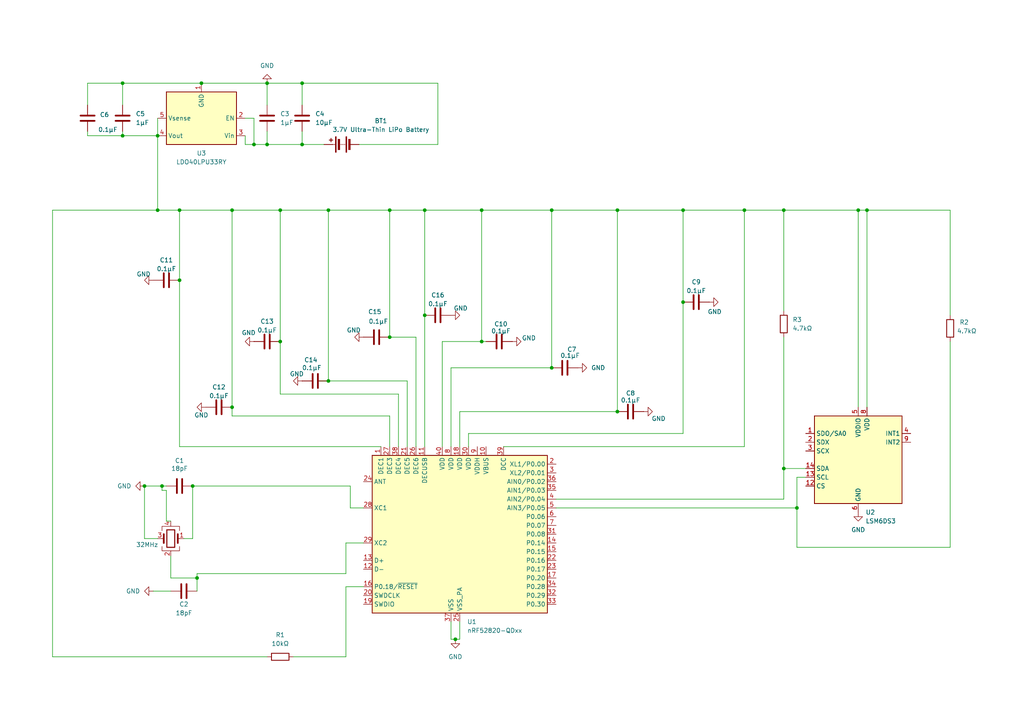
<source format=kicad_sch>
(kicad_sch (version 20250114) (generator "eeschema") (generator_version "9.0")
  (paper "A4")
  (title_block (title "IMU putting analysis") (date "8/28") (rev "2") (company "UW Golf Engineering"))
  (lib_symbols
    (symbol "Device:Battery" (pin_numbers (hide yes)) (pin_names (offset 0) (hide yes))
      (property "Reference" "BT" (at 2.54 2.54 0))
      (property "Value" "Battery" (at 2.54 0 0))
      (symbol "Battery_0_1"
        (rectangle (start -2.286 1.778) (end 2.286 1.524) (fill (type outline)))
        (rectangle (start -2.286 -1.27) (end 2.286 -1.524) (fill (type outline)))
        (rectangle (start -1.524 1.016) (end 1.524 0.508) (fill (type outline)))
        (rectangle (start -1.524 -2.032) (end 1.524 -2.54) (fill (type outline)))
        (polyline (pts (xy 0 1.778) (xy 0 2.54)))
        (polyline (pts (xy 0 0) (xy 0 0.254)))
        (polyline (pts (xy 0 -0.508) (xy 0 -0.254)))
        (polyline (pts (xy 0 -1.016) (xy 0 -0.762)))
        (polyline (pts (xy 0.762 3.048) (xy 1.778 3.048)) (stroke (width 0.254)))
        (polyline (pts (xy 1.27 3.556) (xy 1.27 2.54)) (stroke (width 0.254)))
      )
      (symbol "Battery_1_1"
        (pin passive line (at 0 5.08 270) (length 2.54) (name "+") (number "1"))
        (pin passive line (at 0 -5.08 90) (length 2.54) (name "-") (number "2"))
      )
    )
    (symbol "Device:C" (pin_numbers (hide yes)) (pin_names (offset 0.254))
      (property "Reference" "C" (at 0.635 2.54 0))
      (property "Value" "C" (at 0.635 -2.54 0))
      (symbol "C_0_1"
        (polyline (pts (xy -2.032 0.762) (xy 2.032 0.762)) (stroke (width 0.508)))
        (polyline (pts (xy -2.032 -0.762) (xy 2.032 -0.762)) (stroke (width 0.508)))
      )
      (symbol "C_1_1"
        (pin passive line (at 0 3.81 270) (length 2.794) (name "~") (number "1"))
        (pin passive line (at 0 -3.81 90) (length 2.794) (name "~") (number "2"))
      )
    )
    (symbol "Device:Crystal_GND24" (pin_names (offset 1.016) (hide yes))
      (property "Reference" "Y" (at 3.175 5.08 0))
      (property "Value" "Crystal_GND24" (at 3.175 3.175 0))
      (symbol "Crystal_GND24_0_1"
        (polyline (pts (xy -2.54 2.286) (xy -2.54 3.556) (xy 2.54 3.556) (xy 2.54 2.286)))
        (polyline (pts (xy -2.54 0) (xy -2.032 0)))
        (polyline (pts (xy -2.54 -2.286) (xy -2.54 -3.556) (xy 2.54 -3.556) (xy 2.54 -2.286)))
        (polyline (pts (xy -2.032 -1.27) (xy -2.032 1.27)) (stroke (width 0.508)))
        (rectangle (start -1.143 2.54) (end 1.143 -2.54) (stroke (width 0.3048)))
        (polyline (pts (xy 0 3.556) (xy 0 3.81)))
        (polyline (pts (xy 0 -3.81) (xy 0 -3.556)))
        (polyline (pts (xy 2.032 0) (xy 2.54 0)))
        (polyline (pts (xy 2.032 -1.27) (xy 2.032 1.27)) (stroke (width 0.508)))
      )
      (symbol "Crystal_GND24_1_1"
        (pin passive line (at -3.81 0 0) (length 1.27) (name "1") (number "1"))
        (pin passive line (at 0 5.08 270) (length 1.27) (name "2") (number "2"))
        (pin passive line (at 0 -5.08 90) (length 1.27) (name "4") (number "4"))
        (pin passive line (at 3.81 0 180) (length 1.27) (name "3") (number "3"))
      )
    )
    (symbol "Device:R" (pin_numbers (hide yes)) (pin_names (offset 0))
      (property "Reference" "R" (at 2.032 0 90))
      (property "Value" "R" (at 0 0 90))
      (symbol "R_0_1"
        (rectangle (start -1.016 -2.54) (end 1.016 2.54) (stroke (width 0.254)))
      )
      (symbol "R_1_1"
        (pin passive line (at 0 3.81 270) (length 1.27) (name "~") (number "1"))
        (pin passive line (at 0 -3.81 90) (length 1.27) (name "~") (number "2"))
      )
    )
    (symbol "MCU_Nordic:nRF52820-QDxx"
      (property "Reference" "U" (at -2.54 0 0))
      (property "Value" "nRF52820-QDxx" (at -2.54 -2.54 0))
      (symbol "nRF52820-QDxx_0_1"
        (rectangle (start -25.4 22.86) (end 25.4 -22.86) (stroke (width 0.254)) (fill (type background)))
      )
      (symbol "nRF52820-QDxx_1_1"
        (pin passive line (at -27.94 15.24 0) (length 2.54) (name "ANT") (number "24"))
        (pin input line (at -27.94 7.62 0) (length 2.54) (name "XC1") (number "28"))
        (pin input line (at -27.94 -2.54 0) (length 2.54) (name "XC2") (number "29"))
        (pin bidirectional line (at -27.94 -7.62 0) (length 2.54) (name "D+") (number "13"))
        (pin bidirectional line (at -27.94 -10.16 0) (length 2.54) (name "D-") (number "12"))
        (pin bidirectional line (at -27.94 -15.24 0) (length 2.54) (name "P0.18/~{RESET}") (number "16"))
        (pin input line (at -27.94 -17.78 0) (length 2.54) (name "SWDCLK") (number "20"))
        (pin bidirectional line (at -27.94 -20.32 0) (length 2.54) (name "SWDIO") (number "19"))
        (pin passive line (at -22.86 25.4 270) (length 2.54) (name "DEC1") (number "1"))
        (pin passive line (at -20.32 25.4 270) (length 2.54) (name "DEC3") (number "27"))
        (pin passive line (at -17.78 25.4 270) (length 2.54) (name "DEC4") (number "38"))
        (pin passive line (at -15.24 25.4 270) (length 2.54) (name "DEC5") (number "21"))
        (pin passive line (at -12.7 25.4 270) (length 2.54) (name "DEC6") (number "26"))
        (pin passive line (at -10.16 25.4 270) (length 2.54) (name "DECUSB") (number "11"))
        (pin power_in line (at -5.08 25.4 270) (length 2.54) (name "VDD") (number "40"))
        (pin power_in line (at -2.54 25.4 270) (length 2.54) (name "VDD") (number "8"))
        (pin power_in line (at -2.54 -25.4 90) (length 2.54) (name "VSS") (number "37"))
        (pin passive line (at -2.54 -25.4 90) (length 2.54) (hide yes) (name "VSS") (number "41"))
        (pin power_in line (at 0 25.4 270) (length 2.54) (name "VDD") (number "18"))
        (pin power_in line (at 0 -25.4 90) (length 2.54) (name "VSS_PA") (number "25"))
        (pin power_in line (at 2.54 25.4 270) (length 2.54) (name "VDD") (number "30"))
        (pin power_in line (at 5.08 25.4 270) (length 2.54) (name "VDDH") (number "9"))
        (pin power_in line (at 7.62 25.4 270) (length 2.54) (name "VBUS") (number "10"))
        (pin power_out line (at 12.7 25.4 270) (length 2.54) (name "DCC") (number "39"))
        (pin bidirectional line (at 27.94 20.32 180) (length 2.54) (name "XL1/P0.00") (number "2"))
        (pin bidirectional line (at 27.94 17.78 180) (length 2.54) (name "XL2/P0.01") (number "3"))
        (pin bidirectional line (at 27.94 15.24 180) (length 2.54) (name "AIN0/P0.02") (number "36"))
        (pin bidirectional line (at 27.94 12.7 180) (length 2.54) (name "AIN1/P0.03") (number "35"))
        (pin bidirectional line (at 27.94 10.16 180) (length 2.54) (name "AIN2/P0.04") (number "4"))
        (pin bidirectional line (at 27.94 7.62 180) (length 2.54) (name "AIN3/P0.05") (number "5"))
        (pin bidirectional line (at 27.94 5.08 180) (length 2.54) (name "P0.06") (number "6"))
        (pin bidirectional line (at 27.94 2.54 180) (length 2.54) (name "P0.07") (number "7"))
        (pin bidirectional line (at 27.94 0 180) (length 2.54) (name "P0.08") (number "31"))
        (pin bidirectional line (at 27.94 -2.54 180) (length 2.54) (name "P0.14") (number "14"))
        (pin bidirectional line (at 27.94 -5.08 180) (length 2.54) (name "P0.15") (number "15"))
        (pin bidirectional line (at 27.94 -7.62 180) (length 2.54) (name "P0.16") (number "22"))
        (pin bidirectional line (at 27.94 -10.16 180) (length 2.54) (name "P0.17") (number "23"))
        (pin bidirectional line (at 27.94 -12.7 180) (length 2.54) (name "P0.20") (number "17"))
        (pin bidirectional line (at 27.94 -15.24 180) (length 2.54) (name "P0.28") (number "34"))
        (pin bidirectional line (at 27.94 -17.78 180) (length 2.54) (name "P0.29") (number "32"))
        (pin bidirectional line (at 27.94 -20.32 180) (length 2.54) (name "P0.30") (number "33"))
      )
    )
    (symbol "Regulator_Linear:LDO40LPU33RY"
      (property "Reference" "U" (at 0 0 0))
      (property "Value" "LDO40LPU33RY" (at 0 0 0))
      (symbol "LDO40LPU33RY_1_1"
        (rectangle (start -10.16 7.62) (end 10.16 -7.62) (stroke (width 0.254)) (fill (type background)))
        (pin power_in line (at -12.7 5.08 0) (length 2.54) (name "Vin") (number "3"))
        (pin input line (at -12.7 0 0) (length 2.54) (name "EN") (number "2"))
        (pin no_connect line (at -2.54 -10.16 90) (length 2.54) (hide yes) (name "NC") (number "6"))
        (pin power_in line (at 0 -10.16 90) (length 2.54) (name "GND") (number "1"))
        (pin passive line (at 0 -10.16 90) (length 2.54) (hide yes) (name "GND") (number "7"))
        (pin power_out line (at 12.7 5.08 180) (length 2.54) (name "Vout") (number "4"))
        (pin input line (at 12.7 0 180) (length 2.54) (name "Vsense") (number "5"))
      )
    )
    (symbol "Sensor_Motion:LSM6DS3"
      (property "Reference" "U" (at -11.43 15.24 0))
      (property "Value" "LSM6DS3" (at -11.43 12.7 0))
      (symbol "LSM6DS3_0_1"
        (rectangle (start -12.7 12.7) (end 12.7 -12.7) (stroke (width 0.254)) (fill (type background)))
      )
      (symbol "LSM6DS3_1_1"
        (pin bidirectional line (at -15.24 7.62 0) (length 2.54) (name "SDO/SA0") (number "1"))
        (pin bidirectional line (at -15.24 5.08 0) (length 2.54) (name "SDX") (number "2"))
        (pin input line (at -15.24 2.54 0) (length 2.54) (name "SCX") (number "3"))
        (pin bidirectional line (at -15.24 -2.54 0) (length 2.54) (name "SDA") (number "14"))
        (pin input line (at -15.24 -5.08 0) (length 2.54) (name "SCL") (number "13"))
        (pin input line (at -15.24 -7.62 0) (length 2.54) (name "CS") (number "12"))
        (pin power_in line (at 0 15.24 270) (length 2.54) (name "VDDIO") (number "5"))
        (pin power_in line (at 0 -15.24 90) (length 2.54) (name "GND") (number "6"))
        (pin passive line (at 0 -15.24 90) (length 2.54) (hide yes) (name "GND") (number "7"))
        (pin power_in line (at 2.54 15.24 270) (length 2.54) (name "VDD") (number "8"))
        (pin no_connect line (at 12.7 -2.54 180) (length 3.81) (hide yes) (name "NC") (number "11"))
        (pin no_connect line (at 12.7 -5.08 180) (length 3.81) (hide yes) (name "NC") (number "10"))
        (pin output line (at 15.24 7.62 180) (length 2.54) (name "INT1") (number "4"))
        (pin output line (at 15.24 5.08 180) (length 2.54) (name "INT2") (number "9"))
      )
    )
    (symbol "power:GND" (power) (pin_numbers (hide yes)) (pin_names (offset 0) (hide yes))
      (property "Value" "GND" (at 0 -3.81 0))
      (symbol "GND_0_1"
        (polyline (pts (xy 0 0) (xy 0 -1.27) (xy 1.27 -1.27) (xy 0 -2.54) (xy -1.27 -1.27) (xy 0 -1.27)))
      )
      (symbol "GND_1_1"
        (pin power_in line (at 0 0 270) (length 0) (name "~") (number "1"))
      )
    )
  )
  (junction (at 58.42 24.13))
  (junction (at 95.25 60.96))
  (junction (at 160.02 60.96))
  (junction (at 81.28 60.96))
  (junction (at 67.31 118.11))
  (junction (at 215.9 60.96))
  (junction (at 77.47 41.91))
  (junction (at 55.88 140.97))
  (junction (at 139.7 99.06))
  (junction (at 227.33 135.89))
  (junction (at 160.02 106.68))
  (junction (at 113.03 97.79))
  (junction (at 41.91 140.97))
  (junction (at 132.08 185.42))
  (junction (at 57.15 167.64))
  (junction (at 46.99 140.97))
  (junction (at 81.28 99.06))
  (junction (at 251.46 60.96))
  (junction (at 248.92 60.96))
  (junction (at 95.25 110.49))
  (junction (at 52.07 60.96))
  (junction (at 35.56 39.37))
  (junction (at 198.12 87.63))
  (junction (at 45.72 39.37))
  (junction (at 35.56 24.13))
  (junction (at 45.72 60.96))
  (junction (at 113.03 60.96))
  (junction (at 77.47 24.13))
  (junction (at 123.19 60.96))
  (junction (at 231.14 147.32))
  (junction (at 52.07 81.28))
  (junction (at 198.12 60.96))
  (junction (at 87.63 41.91))
  (junction (at 179.07 119.38))
  (junction (at 227.33 60.96))
  (junction (at 139.7 60.96))
  (junction (at 67.31 60.96))
  (junction (at 123.19 91.44))
  (junction (at 179.07 60.96))
  (junction (at 73.66 41.91))
  (junction (at 87.63 24.13))
  (wire (pts (xy 81.28 114.3) (xy 115.57 114.3)))
  (wire (pts (xy 41.91 140.97) (xy 41.91 156.21)))
  (wire (pts (xy 130.81 185.42) (xy 132.08 185.42)))
  (wire (pts (xy 55.88 140.97) (xy 55.88 156.21)))
  (wire (pts (xy 67.31 60.96) (xy 81.28 60.96)))
  (wire (pts (xy 198.12 87.63) (xy 198.12 60.96)))
  (wire (pts (xy 161.29 147.32) (xy 231.14 147.32)))
  (wire (pts (xy 45.72 156.21) (xy 41.91 156.21)))
  (wire (pts (xy 198.12 87.63) (xy 198.12 125.73)))
  (wire (pts (xy 100.33 190.5) (xy 100.33 170.18)))
  (wire (pts (xy 231.14 158.75) (xy 275.59 158.75)))
  (wire (pts (xy 77.47 24.13) (xy 77.47 30.48)))
  (wire (pts (xy 49.53 167.64) (xy 57.15 167.64)))
  (wire (pts (xy 139.7 60.96) (xy 139.7 99.06)))
  (wire (pts (xy 67.31 120.65) (xy 113.03 120.65)))
  (wire (pts (xy 67.31 118.11) (xy 67.31 60.96)))
  (wire (pts (xy 49.53 167.64) (xy 49.53 161.29)))
  (wire (pts (xy 45.72 34.29) (xy 45.72 39.37)))
  (wire (pts (xy 133.35 119.38) (xy 179.07 119.38)))
  (wire (pts (xy 52.07 81.28) (xy 52.07 129.54)))
  (wire (pts (xy 101.6 140.97) (xy 101.6 147.32)))
  (wire (pts (xy 48.26 142.24) (xy 46.99 142.24)))
  (wire (pts (xy 55.88 140.97) (xy 101.6 140.97)))
  (wire (pts (xy 25.4 24.13) (xy 35.56 24.13)))
  (wire (pts (xy 135.89 125.73) (xy 198.12 125.73)))
  (wire (pts (xy 130.81 106.68) (xy 130.81 129.54)))
  (wire (pts (xy 130.81 180.34) (xy 130.81 185.42)))
  (wire (pts (xy 113.03 60.96) (xy 113.03 97.79)))
  (wire (pts (xy 81.28 60.96) (xy 95.25 60.96)))
  (wire (pts (xy 92.71 110.49) (xy 95.25 110.49)))
  (wire (pts (xy 46.99 142.24) (xy 46.99 140.97)))
  (wire (pts (xy 139.7 60.96) (xy 160.02 60.96)))
  (wire (pts (xy 15.24 190.5) (xy 77.47 190.5)))
  (wire (pts (xy 231.14 138.43) (xy 231.14 147.32)))
  (wire (pts (xy 48.26 142.24) (xy 48.26 151.13)))
  (wire (pts (xy 128.27 99.06) (xy 139.7 99.06)))
  (wire (pts (xy 248.92 118.11) (xy 248.92 60.96)))
  (wire (pts (xy 71.12 39.37) (xy 71.12 41.91)))
  (wire (pts (xy 215.9 60.96) (xy 227.33 60.96)))
  (wire (pts (xy 58.42 24.13) (xy 77.47 24.13)))
  (wire (pts (xy 46.99 140.97) (xy 48.26 140.97)))
  (wire (pts (xy 133.35 129.54) (xy 133.35 119.38)))
  (wire (pts (xy 45.72 39.37) (xy 45.72 60.96)))
  (wire (pts (xy 57.15 166.37) (xy 57.15 167.64)))
  (wire (pts (xy 73.66 41.91) (xy 73.66 34.29)))
  (wire (pts (xy 123.19 60.96) (xy 123.19 91.44)))
  (wire (pts (xy 135.89 125.73) (xy 135.89 129.54)))
  (wire (pts (xy 215.9 129.54) (xy 215.9 60.96)))
  (wire (pts (xy 81.28 60.96) (xy 81.28 99.06)))
  (wire (pts (xy 57.15 167.64) (xy 57.15 171.45)))
  (wire (pts (xy 275.59 158.75) (xy 275.59 99.06)))
  (wire (pts (xy 87.63 41.91) (xy 93.98 41.91)))
  (wire (pts (xy 52.07 60.96) (xy 67.31 60.96)))
  (wire (pts (xy 104.14 41.91) (xy 127 41.91)))
  (wire (pts (xy 25.4 39.37) (xy 25.4 38.1)))
  (wire (pts (xy 275.59 91.44) (xy 275.59 60.96)))
  (wire (pts (xy 44.45 171.45) (xy 49.53 171.45)))
  (wire (pts (xy 100.33 170.18) (xy 105.41 170.18)))
  (wire (pts (xy 113.03 60.96) (xy 123.19 60.96)))
  (wire (pts (xy 113.03 97.79) (xy 120.65 97.79)))
  (wire (pts (xy 231.14 138.43) (xy 233.68 138.43)))
  (wire (pts (xy 227.33 135.89) (xy 233.68 135.89)))
  (wire (pts (xy 67.31 120.65) (xy 67.31 118.11)))
  (wire (pts (xy 120.65 129.54) (xy 120.65 97.79)))
  (wire (pts (xy 160.02 60.96) (xy 160.02 106.68)))
  (wire (pts (xy 133.35 180.34) (xy 133.35 185.42)))
  (wire (pts (xy 198.12 60.96) (xy 215.9 60.96)))
  (wire (pts (xy 77.47 41.91) (xy 87.63 41.91)))
  (wire (pts (xy 35.56 39.37) (xy 35.56 38.1)))
  (wire (pts (xy 118.11 129.54) (xy 118.11 110.49)))
  (wire (pts (xy 55.88 156.21) (xy 53.34 156.21)))
  (wire (pts (xy 127 41.91) (xy 127 24.13)))
  (wire (pts (xy 73.66 41.91) (xy 77.47 41.91)))
  (wire (pts (xy 95.25 60.96) (xy 113.03 60.96)))
  (wire (pts (xy 248.92 60.96) (xy 251.46 60.96)))
  (wire (pts (xy 146.05 129.54) (xy 215.9 129.54)))
  (wire (pts (xy 48.26 151.13) (xy 49.53 151.13)))
  (wire (pts (xy 85.09 190.5) (xy 100.33 190.5)))
  (wire (pts (xy 115.57 114.3) (xy 115.57 129.54)))
  (wire (pts (xy 127 24.13) (xy 87.63 24.13)))
  (wire (pts (xy 227.33 97.79) (xy 227.33 135.89)))
  (wire (pts (xy 95.25 60.96) (xy 95.25 110.49)))
  (wire (pts (xy 123.19 60.96) (xy 139.7 60.96)))
  (wire (pts (xy 227.33 144.78) (xy 227.33 135.89)))
  (wire (pts (xy 110.49 129.54) (xy 52.07 129.54)))
  (wire (pts (xy 73.66 34.29) (xy 71.12 34.29)))
  (wire (pts (xy 87.63 24.13) (xy 87.63 30.48)))
  (wire (pts (xy 15.24 60.96) (xy 15.24 190.5)))
  (wire (pts (xy 35.56 24.13) (xy 58.42 24.13)))
  (wire (pts (xy 227.33 60.96) (xy 248.92 60.96)))
  (wire (pts (xy 251.46 60.96) (xy 275.59 60.96)))
  (wire (pts (xy 52.07 81.28) (xy 52.07 60.96)))
  (wire (pts (xy 100.33 166.37) (xy 100.33 157.48)))
  (wire (pts (xy 227.33 90.17) (xy 227.33 60.96)))
  (wire (pts (xy 179.07 60.96) (xy 198.12 60.96)))
  (wire (pts (xy 25.4 30.48) (xy 25.4 24.13)))
  (wire (pts (xy 113.03 129.54) (xy 113.03 120.65)))
  (wire (pts (xy 100.33 166.37) (xy 57.15 166.37)))
  (wire (pts (xy 160.02 106.68) (xy 130.81 106.68)))
  (wire (pts (xy 101.6 147.32) (xy 105.41 147.32)))
  (wire (pts (xy 45.72 39.37) (xy 35.56 39.37)))
  (wire (pts (xy 161.29 144.78) (xy 227.33 144.78)))
  (wire (pts (xy 95.25 110.49) (xy 118.11 110.49)))
  (wire (pts (xy 87.63 38.1) (xy 87.63 41.91)))
  (wire (pts (xy 41.91 140.97) (xy 46.99 140.97)))
  (wire (pts (xy 123.19 129.54) (xy 123.19 91.44)))
  (wire (pts (xy 35.56 30.48) (xy 35.56 24.13)))
  (wire (pts (xy 71.12 41.91) (xy 73.66 41.91)))
  (wire (pts (xy 81.28 99.06) (xy 81.28 114.3)))
  (wire (pts (xy 179.07 60.96) (xy 179.07 119.38)))
  (wire (pts (xy 139.7 99.06) (xy 140.97 99.06)))
  (wire (pts (xy 77.47 24.13) (xy 87.63 24.13)))
  (wire (pts (xy 100.33 157.48) (xy 105.41 157.48)))
  (wire (pts (xy 35.56 39.37) (xy 25.4 39.37)))
  (wire (pts (xy 45.72 60.96) (xy 52.07 60.96)))
  (wire (pts (xy 15.24 60.96) (xy 45.72 60.96)))
  (wire (pts (xy 160.02 60.96) (xy 179.07 60.96)))
  (wire (pts (xy 77.47 38.1) (xy 77.47 41.91)))
  (wire (pts (xy 133.35 185.42) (xy 132.08 185.42)))
  (wire (pts (xy 251.46 60.96) (xy 251.46 118.11)))
  (wire (pts (xy 128.27 129.54) (xy 128.27 99.06)))
  (wire (pts (xy 231.14 147.32) (xy 231.14 158.75)))
  (symbol (lib_id "Device:C") (at 144.78 99.06 270) (mirror x) (unit 1)
    (property "Reference" "C10" (at 145.288 93.98 90))
    (property "Value" "0.1µF" (at 145.288 96.012 90))
    (property "Footprint" "Capacitor_SMD:C_01005_0402Metric" (effects (hide yes)))
    (property "Description" "Unpolarized capacitor" (effects (hide yes)))
  )
  (symbol (lib_id "Device:Crystal_GND24") (at 49.53 156.21 180) (unit 1)
    (property "Reference" "Y1" (effects (hide yes)))
    (property "Value" "32MHz" (at 42.672 157.988 0))
    (property "Footprint" "Crystal:Crystal_SMD_3225-4Pin_3.2x2.5mm" (effects (hide yes)))
    (property "Description" "Four pin crystal, GND on pins 2 and 4" (effects (hide yes)))
  )
  (symbol (lib_id "power:GND") (at 59.69 118.11 270) (mirror x) (unit 1)
    (property "Reference" "#PWR011" (effects (hide yes)))
    (property "Value" "GND" (at 60.452 120.396 90) (effects (justify right)))
    (property "Description" "Power symbol creates a global label with name \"GND\" , ground" (effects (hide yes)))
  )
  (symbol (lib_id "Device:C") (at 127 91.44 90) (unit 1)
    (property "Reference" "C16" (at 127 85.598 90))
    (property "Value" "0.1µF" (at 127 88.138 90))
    (property "Footprint" "Capacitor_SMD:C_01005_0402Metric" (effects (hide yes)))
    (property "Description" "Unpolarized capacitor" (effects (hide yes)))
  )
  (symbol (lib_id "Device:C") (at 182.88 119.38 270) (unit 1)
    (property "Reference" "C8" (at 182.88 114.046 90))
    (property "Value" "0.1µF" (at 182.88 116.078 90))
    (property "Footprint" "Capacitor_SMD:C_01005_0402Metric" (effects (hide yes)))
    (property "Description" "Unpolarized capacitor" (effects (hide yes)))
  )
  (symbol (lib_id "Sensor_Motion:LSM6DS3") (at 248.92 133.35 0) (unit 1)
    (property "Reference" "U2" (at 251.0633 148.59 0) (effects (justify left)))
    (property "Value" "LSM6DS3" (at 251.0633 151.13 0) (effects (justify left)))
    (property "Footprint" "Package_LGA:LGA-14_3x2.5mm_P0.5mm_LayoutBorder3x4y" (effects (hide yes)))
    (property "Datasheet" "https://www.st.com/resource/en/datasheet/lsm6ds3tr-c.pdf" (effects (hide yes)))
    (property "Description" "I2C/SPI, iNEMO inertial module: always-on 3D accelerometer and 3D gyroscope" (effects (hide yes)))
  )
  (symbol (lib_id "Device:C") (at 52.07 140.97 90) (unit 1)
    (property "Reference" "C1" (at 52.07 133.604 90))
    (property "Value" "18pF" (at 52.07 135.89 90))
    (property "Footprint" "Capacitor_SMD:C_01005_0402Metric" (effects (hide yes)))
    (property "Description" "Unpolarized capacitor" (effects (hide yes)))
  )
  (symbol (lib_id "Device:C") (at 48.26 81.28 270) (mirror x) (unit 1)
    (property "Reference" "C11" (at 48.26 75.438 90))
    (property "Value" "0.1µF" (at 48.26 77.978 90))
    (property "Footprint" "Capacitor_SMD:C_01005_0402Metric" (effects (hide yes)))
    (property "Description" "Unpolarized capacitor" (effects (hide yes)))
  )
  (symbol (lib_id "Device:R") (at 227.33 93.98 0) (unit 1)
    (property "Reference" "R3" (at 229.87 92.7099 0) (effects (justify left)))
    (property "Value" "4.7kΩ" (at 229.87 95.2499 0) (effects (justify left)))
    (property "Footprint" "Resistor_SMD:R_0402_1005Metric" (effects (hide yes)))
    (property "Description" "Resistor" (effects (hide yes)))
  )
  (symbol (lib_id "power:GND") (at 148.59 99.06 90) (mirror x) (unit 1)
    (property "Reference" "#PWR09" (effects (hide yes)))
    (property "Value" "GND" (at 155.448 98.044 90) (effects (justify left)))
    (property "Description" "Power symbol creates a global label with name \"GND\" , ground" (effects (hide yes)))
  )
  (symbol (lib_id "power:GND") (at 132.08 185.42 0) (unit 1)
    (property "Reference" "#PWR04" (effects (hide yes)))
    (property "Value" "GND" (at 132.08 190.5 0))
    (property "Description" "Power symbol creates a global label with name \"GND\" , ground" (effects (hide yes)))
  )
  (symbol (lib_id "power:GND") (at 77.47 24.13 0) (mirror x) (unit 1)
    (property "Reference" "#PWR03" (effects (hide yes)))
    (property "Value" "GND" (at 77.47 19.05 0))
    (property "Description" "Power symbol creates a global label with name \"GND\" , ground" (effects (hide yes)))
  )
  (symbol (lib_id "Device:C") (at 77.47 99.06 270) (mirror x) (unit 1)
    (property "Reference" "C13" (at 77.47 93.218 90))
    (property "Value" "0.1µF" (at 77.47 95.758 90))
    (property "Footprint" "Capacitor_SMD:C_01005_0402Metric" (effects (hide yes)))
    (property "Description" "Unpolarized capacitor" (effects (hide yes)))
  )
  (symbol (lib_id "Device:R") (at 81.28 190.5 270) (unit 1)
    (property "Reference" "R1" (at 81.28 184.15 90))
    (property "Value" "10kΩ" (at 81.28 186.69 90))
    (property "Footprint" "Resistor_SMD:R_0402_1005Metric" (effects (hide yes)))
    (property "Description" "Resistor" (effects (hide yes)))
  )
  (symbol (lib_id "power:GND") (at 105.41 97.79 270) (mirror x) (unit 1)
    (property "Reference" "#PWR014" (effects (hide yes)))
    (property "Value" "GND" (at 104.648 95.758 90) (effects (justify right)))
    (property "Description" "Power symbol creates a global label with name \"GND\" , ground" (effects (hide yes)))
  )
  (symbol (lib_id "power:GND") (at 205.74 87.63 90) (unit 1)
    (property "Reference" "#PWR08" (effects (hide yes)))
    (property "Value" "GND" (at 205.232 90.424 90) (effects (justify right)))
    (property "Description" "Power symbol creates a global label with name \"GND\" , ground" (effects (hide yes)))
  )
  (symbol (lib_id "Device:C") (at 63.5 118.11 270) (mirror x) (unit 1)
    (property "Reference" "C12" (at 63.5 112.268 90))
    (property "Value" "0.1µF" (at 63.5 114.808 90))
    (property "Footprint" "Capacitor_SMD:C_01005_0402Metric" (effects (hide yes)))
    (property "Description" "Unpolarized capacitor" (effects (hide yes)))
  )
  (symbol (lib_id "MCU_Nordic:nRF52820-QDxx") (at 133.35 154.94 0) (unit 1)
    (property "Reference" "U1" (at 135.4933 180.34 0) (effects (justify left)))
    (property "Value" "nRF52820-QDxx" (at 135.4933 182.88 0) (effects (justify left)))
    (property "Footprint" "Package_DFN_QFN:QFN-40-1EP_5x5mm_P0.4mm_EP3.6x3.6mm" (effects (hide yes)))
    (property "Datasheet" "https://infocenter.nordicsemi.com/pdf/nRF52820_PS_v1.0.pdf" (effects (hide yes)))
    (property "Description" "Multiprotocol BLE/ANT/2.4 GHz/802.15.4 Cortex-M4 SoC, QFN-40" (effects (hide yes)))
  )
  (symbol (lib_id "Device:C") (at 53.34 171.45 270) (unit 1)
    (property "Reference" "C2" (at 53.34 175.26 90))
    (property "Value" "18pF" (at 53.34 177.8 90))
    (property "Footprint" "Capacitor_SMD:C_01005_0402Metric" (effects (hide yes)))
    (property "Description" "Unpolarized capacitor" (effects (hide yes)))
  )
  (symbol (lib_id "power:GND") (at 248.92 148.59 0) (unit 1)
    (property "Reference" "#PWR05" (effects (hide yes)))
    (property "Value" "GND" (at 248.92 153.67 0))
    (property "Description" "Power symbol creates a global label with name \"GND\" , ground" (effects (hide yes)))
  )
  (symbol (lib_id "Device:C") (at 163.83 106.68 90) (mirror x) (unit 1)
    (property "Reference" "C7" (at 165.862 101.346 90))
    (property "Value" "0.1µF" (at 165.354 103.124 90))
    (property "Footprint" "Capacitor_SMD:C_01005_0402Metric" (effects (hide yes)))
    (property "Description" "Unpolarized capacitor" (effects (hide yes)))
  )
  (symbol (lib_id "power:GND") (at 167.64 106.68 90) (mirror x) (unit 1)
    (property "Reference" "#PWR06" (effects (hide yes)))
    (property "Value" "GND" (at 171.45 106.6799 90) (effects (justify right)))
    (property "Description" "Power symbol creates a global label with name \"GND\" , ground" (effects (hide yes)))
  )
  (symbol (lib_id "power:GND") (at 186.69 119.38 90) (unit 1)
    (property "Reference" "#PWR07" (effects (hide yes)))
    (property "Value" "GND" (at 188.976 121.412 90) (effects (justify right)))
    (property "Description" "Power symbol creates a global label with name \"GND\" , ground" (effects (hide yes)))
  )
  (symbol (lib_id "Device:Battery") (at 99.06 41.91 90) (unit 1)
    (property "Reference" "BT1" (at 110.49 35.052 90))
    (property "Value" "3.7V Ultra-Thin LiPo Battery" (at 110.49 37.592 90))
    (property "Footprint" "Connector_JST:JST_PH_S2B-PH-SM4-TB_1x02-1MP_P2.00mm_Horizontal" (effects (hide yes)))
    (property "Description" "Multiple-cell battery" (effects (hide yes)))
  )
  (symbol (lib_id "power:GND") (at 87.63 110.49 270) (mirror x) (unit 1)
    (property "Reference" "#PWR013" (effects (hide yes)))
    (property "Value" "GND" (at 88.138 108.458 90) (effects (justify right)))
    (property "Description" "Power symbol creates a global label with name \"GND\" , ground" (effects (hide yes)))
  )
  (symbol (lib_id "Device:C") (at 201.93 87.63 90) (unit 1)
    (property "Reference" "C9" (at 201.93 81.788 90))
    (property "Value" "0.1µF" (at 201.93 84.328 90))
    (property "Footprint" "Capacitor_SMD:C_01005_0402Metric" (effects (hide yes)))
    (property "Description" "Unpolarized capacitor" (effects (hide yes)))
  )
  (symbol (lib_id "Device:C") (at 25.4 34.29 0) (unit 1)
    (property "Reference" "C6" (at 28.956 33.274 0) (effects (justify left)))
    (property "Value" "0.1µF" (at 28.448 37.592 0) (effects (justify left)))
    (property "Footprint" "Capacitor_SMD:C_01005_0402Metric" (effects (hide yes)))
    (property "Description" "Unpolarized capacitor" (effects (hide yes)))
  )
  (symbol (lib_id "Regulator_Linear:LDO40LPU33RY") (at 58.42 34.29 180) (unit 1)
    (property "Reference" "U3" (at 58.42 44.45 0))
    (property "Value" "LDO40LPU33RY" (at 58.42 46.99 0))
    (property "Footprint" "Package_DFN_QFN:DFN-6-1EP_3x3mm_P0.95mm_EP1.7x2.6mm" (effects (hide yes)))
    (property "Datasheet" "https://www.st.com/resource/en/datasheet/ldo40l.pdf" (effects (hide yes)))
    (property "Description" "400mA, 3.5V-38V input, fixed positive 3.3V output, LDO regulator with enable, DFN-6" (effects (hide yes)))
  )
  (symbol (lib_id "power:GND") (at 130.81 91.44 90) (unit 1)
    (property "Reference" "#PWR015" (effects (hide yes)))
    (property "Value" "GND" (at 131.572 89.408 90) (effects (justify right)))
    (property "Description" "Power symbol creates a global label with name \"GND\" , ground" (effects (hide yes)))
  )
  (symbol (lib_id "power:GND") (at 44.45 171.45 270) (unit 1)
    (property "Reference" "#PWR02" (effects (hide yes)))
    (property "Value" "GND" (at 40.64 171.4499 90) (effects (justify right)))
    (property "Description" "Power symbol creates a global label with name \"GND\" , ground" (effects (hide yes)))
  )
  (symbol (lib_id "Device:C") (at 77.47 34.29 0) (unit 1)
    (property "Reference" "C3" (at 81.28 33.0199 0) (effects (justify left)))
    (property "Value" "1µF" (at 81.28 35.5599 0) (effects (justify left)))
    (property "Footprint" "Capacitor_SMD:C_0603_1608Metric" (effects (hide yes)))
    (property "Description" "Unpolarized capacitor" (effects (hide yes)))
  )
  (symbol (lib_id "Device:C") (at 91.44 110.49 270) (mirror x) (unit 1)
    (property "Reference" "C14" (at 90.17 104.394 90))
    (property "Value" "0.1µF" (at 90.424 106.68 90))
    (property "Footprint" "Capacitor_SMD:C_01005_0402Metric" (effects (hide yes)))
    (property "Description" "Unpolarized capacitor" (effects (hide yes)))
  )
  (symbol (lib_id "power:GND") (at 41.91 140.97 270) (unit 1)
    (property "Reference" "#PWR01" (effects (hide yes)))
    (property "Value" "GND" (at 38.1 140.9699 90) (effects (justify right)))
    (property "Description" "Power symbol creates a global label with name \"GND\" , ground" (effects (hide yes)))
  )
  (symbol (lib_id "power:GND") (at 73.66 99.06 270) (mirror x) (unit 1)
    (property "Reference" "#PWR012" (effects (hide yes)))
    (property "Value" "GND" (at 74.168 96.52 90) (effects (justify right)))
    (property "Description" "Power symbol creates a global label with name \"GND\" , ground" (effects (hide yes)))
  )
  (symbol (lib_id "Device:C") (at 35.56 34.29 0) (unit 1)
    (property "Reference" "C5" (at 39.37 33.0199 0) (effects (justify left)))
    (property "Value" "1µF" (at 39.37 35.5599 0) (effects (justify left)))
    (property "Footprint" "Capacitor_SMD:C_0603_1608Metric" (effects (hide yes)))
    (property "Description" "Unpolarized capacitor" (effects (hide yes)))
  )
  (symbol (lib_id "Device:R") (at 275.59 95.25 0) (mirror y) (unit 1)
    (property "Reference" "R2" (at 279.654 93.472 0))
    (property "Value" "4.7kΩ" (at 280.416 96.012 0))
    (property "Footprint" "Resistor_SMD:R_0402_1005Metric" (effects (hide yes)))
    (property "Description" "Resistor" (effects (hide yes)))
  )
  (symbol (lib_id "Device:C") (at 109.22 97.79 270) (mirror x) (unit 1)
    (property "Reference" "C15" (at 108.712 90.424 90))
    (property "Value" "0.1µF" (at 109.728 93.218 90))
    (property "Footprint" "Capacitor_SMD:C_01005_0402Metric" (effects (hide yes)))
    (property "Description" "Unpolarized capacitor" (effects (hide yes)))
  )
  (symbol (lib_id "power:GND") (at 44.45 81.28 270) (mirror x) (unit 1)
    (property "Reference" "#PWR010" (effects (hide yes)))
    (property "Value" "GND" (at 43.688 79.502 90) (effects (justify right)))
    (property "Description" "Power symbol creates a global label with name \"GND\" , ground" (effects (hide yes)))
  )
  (symbol (lib_id "Device:C") (at 87.63 34.29 0) (unit 1)
    (property "Reference" "C4" (at 91.44 33.0199 0) (effects (justify left)))
    (property "Value" "10µF" (at 91.44 35.5599 0) (effects (justify left)))
    (property "Footprint" "Capacitor_SMD:C_0603_1608Metric" (effects (hide yes)))
    (property "Description" "Unpolarized capacitor" (effects (hide yes)))
  )
)
</source>
